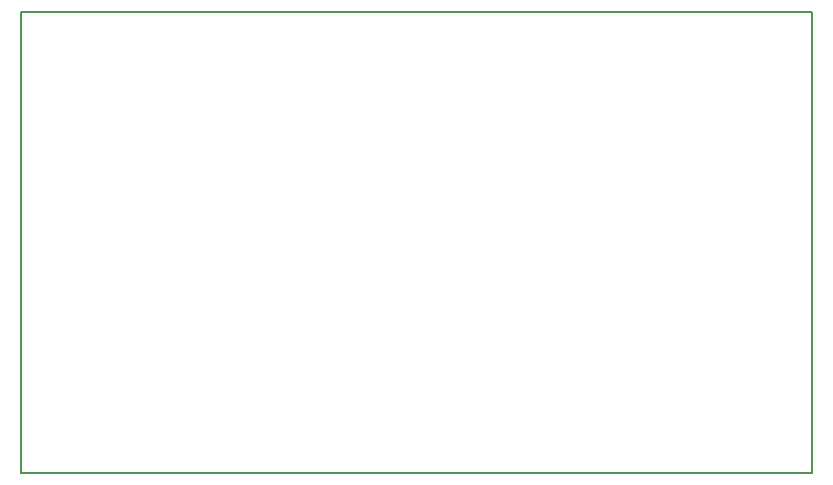
<source format=gbr>
G04 #@! TF.GenerationSoftware,KiCad,Pcbnew,5.0.2-bee76a0~70~ubuntu18.04.1*
G04 #@! TF.CreationDate,2019-10-09T06:24:17-07:00*
G04 #@! TF.ProjectId,kazatsky,6b617a61-7473-46b7-992e-6b696361645f,rev?*
G04 #@! TF.SameCoordinates,PX8e18f40PY6516e80*
G04 #@! TF.FileFunction,Profile,NP*
%FSLAX46Y46*%
G04 Gerber Fmt 4.6, Leading zero omitted, Abs format (unit mm)*
G04 Created by KiCad (PCBNEW 5.0.2-bee76a0~70~ubuntu18.04.1) date Wed 09 Oct 2019 06:24:17 AM PDT*
%MOMM*%
%LPD*%
G01*
G04 APERTURE LIST*
%ADD10C,0.150000*%
G04 APERTURE END LIST*
D10*
X0Y39000000D02*
X0Y0D01*
X67000000Y39000000D02*
X0Y39000000D01*
X67000000Y0D02*
X67000000Y39000000D01*
X0Y0D02*
X67000000Y0D01*
M02*

</source>
